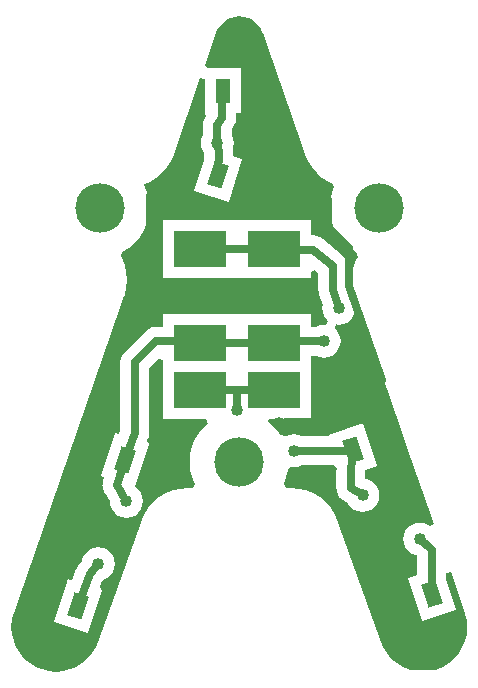
<source format=gbl>
%FSLAX25Y25*%
%MOIN*%
G70*
G01*
G75*
G04 Layer_Physical_Order=2*
G04 Layer_Color=65280*
%ADD10R,0.05000X0.08000*%
%ADD11R,0.05906X0.05906*%
%ADD12P,0.08352X4X297.0*%
%ADD13P,0.08352X4X207.0*%
%ADD14R,0.05906X0.05906*%
%ADD15P,0.08352X4X153.0*%
%ADD16C,0.02500*%
%ADD17C,0.16500*%
%ADD18C,0.04000*%
%ADD19R,0.17716X0.12205*%
G04:AMPARAMS|DCode=20|XSize=80mil|YSize=50mil|CornerRadius=0mil|HoleSize=0mil|Usage=FLASHONLY|Rotation=288.000|XOffset=0mil|YOffset=0mil|HoleType=Round|Shape=Rectangle|*
%AMROTATEDRECTD20*
4,1,4,-0.03614,0.03032,0.01142,0.04577,0.03614,-0.03032,-0.01142,-0.04577,-0.03614,0.03032,0.0*
%
%ADD20ROTATEDRECTD20*%

G04:AMPARAMS|DCode=21|XSize=80mil|YSize=50mil|CornerRadius=0mil|HoleSize=0mil|Usage=FLASHONLY|Rotation=252.000|XOffset=0mil|YOffset=0mil|HoleType=Round|Shape=Rectangle|*
%AMROTATEDRECTD21*
4,1,4,-0.01142,0.04577,0.03614,0.03032,0.01142,-0.04577,-0.03614,-0.03032,-0.01142,0.04577,0.0*
%
%ADD21ROTATEDRECTD21*%

G36*
X635500Y431299D02*
Y431000D01*
X635660Y430840D01*
X645123Y403697D01*
X643907Y402818D01*
X643274Y403304D01*
X641936Y403858D01*
X640500Y404047D01*
X639064Y403858D01*
X637726Y403304D01*
X636577Y402423D01*
X635696Y401274D01*
X635142Y399936D01*
X634952Y398500D01*
X635142Y397064D01*
X635696Y395726D01*
X636577Y394577D01*
X637726Y393696D01*
X639064Y393142D01*
X639399Y393097D01*
X639709Y392826D01*
Y386486D01*
X636607Y385478D01*
X641242Y371213D01*
X652655Y374921D01*
X649291Y385273D01*
Y387248D01*
X650770Y387498D01*
X655571Y373727D01*
X655616Y373638D01*
X656126Y371510D01*
X656309Y369188D01*
X656126Y366866D01*
X655583Y364602D01*
X654692Y362450D01*
X653475Y360464D01*
X651962Y358693D01*
X650191Y357181D01*
X648205Y355964D01*
X646054Y355072D01*
X645752Y355000D01*
X637182D01*
X636881Y355072D01*
X634729Y355964D01*
X632743Y357181D01*
X630972Y358693D01*
X629459Y360464D01*
X628243Y362450D01*
X627537Y364154D01*
X627537Y364154D01*
X627537D01*
X624824Y371652D01*
X612843Y404804D01*
X612761Y404963D01*
X612053Y406671D01*
X610717Y408851D01*
X609056Y410796D01*
X607111Y412458D01*
X604930Y413794D01*
X602567Y414773D01*
X600080Y415370D01*
X597530Y415571D01*
Y415553D01*
X595886D01*
X595053Y416800D01*
X596041Y419185D01*
X596647Y421711D01*
X597064Y422642D01*
Y422642D01*
X597064Y422642D01*
X598500Y422452D01*
X599936Y422642D01*
X601274Y423196D01*
X601291Y423209D01*
X611748D01*
X612745Y422089D01*
X612741Y422055D01*
X612745Y421776D01*
X612709Y421500D01*
Y415500D01*
X612783Y414935D01*
X612845Y414369D01*
X612865Y414316D01*
X612872Y414260D01*
X613090Y413734D01*
X613296Y413202D01*
X613329Y413157D01*
X613351Y413104D01*
X613698Y412653D01*
X614034Y412192D01*
X614078Y412157D01*
X614112Y412112D01*
X614564Y411765D01*
X615008Y411408D01*
X616536Y410478D01*
X616586Y410357D01*
X617467Y409208D01*
X618616Y408327D01*
X619954Y407773D01*
X621390Y407584D01*
X622826Y407773D01*
X624164Y408327D01*
X625313Y409208D01*
X626194Y410357D01*
X626748Y411695D01*
X626937Y413131D01*
X626748Y414567D01*
X626194Y415905D01*
X625313Y417054D01*
X624164Y417935D01*
X622826Y418490D01*
X622291Y418560D01*
Y421222D01*
X622327Y421533D01*
X626293Y422822D01*
X621658Y437087D01*
X610245Y433379D01*
Y433379D01*
X609818Y432791D01*
X601291D01*
X601274Y432804D01*
X599936Y433358D01*
X598500Y433547D01*
X597064Y433358D01*
X595726Y432804D01*
X594276Y433073D01*
X593690Y434028D01*
X592003Y436003D01*
X590028Y437690D01*
X590243Y438450D01*
X604165D01*
Y454198D01*
Y459709D01*
X605709D01*
X605726Y459696D01*
X607064Y459142D01*
X608500Y458953D01*
X609936Y459142D01*
X611274Y459696D01*
X612423Y460577D01*
X613304Y461726D01*
X613858Y463064D01*
X614047Y464500D01*
X613858Y465936D01*
X613304Y467274D01*
X612423Y468423D01*
X612092Y468677D01*
X612666Y470062D01*
X613500Y469952D01*
X614936Y470142D01*
X616274Y470696D01*
X617423Y471577D01*
X618304Y472726D01*
X618858Y474064D01*
X618910Y474454D01*
X620402Y474608D01*
X635500Y431299D01*
D02*
G37*
G36*
X581939Y572629D02*
X583489Y572159D01*
X584917Y571396D01*
X586169Y570369D01*
X587197Y569117D01*
X587960Y567688D01*
X588097Y567236D01*
X588097D01*
X588109Y567240D01*
X588109D01*
X602223Y526754D01*
X602257Y526685D01*
X603074Y524714D01*
X604410Y522533D01*
X606072Y520588D01*
X608017Y518927D01*
X610197Y517590D01*
X611217Y517168D01*
X611791Y515782D01*
X611059Y514014D01*
X610453Y511489D01*
X610249Y508900D01*
X610453Y506311D01*
X611059Y503786D01*
X612053Y501386D01*
X613410Y499172D01*
X615097Y497197D01*
X617072Y495510D01*
X619286Y494153D01*
X619322Y494138D01*
X619785Y492712D01*
X619533Y492301D01*
X618555Y489938D01*
X617957Y487451D01*
X617790Y485320D01*
X616291Y485379D01*
Y489500D01*
X616265Y489698D01*
X616274Y489898D01*
X616184Y490316D01*
X616128Y490740D01*
X616051Y490925D01*
X616009Y491120D01*
X615813Y491500D01*
X615649Y491895D01*
X615527Y492054D01*
X615436Y492232D01*
X615148Y492548D01*
X614888Y492888D01*
X614729Y493009D01*
X614595Y493157D01*
X608095Y498657D01*
X607735Y498889D01*
X607396Y499149D01*
X607211Y499226D01*
X607043Y499334D01*
X606635Y499464D01*
X606240Y499628D01*
X606042Y499654D01*
X605851Y499715D01*
X605424Y499735D01*
X605000Y499791D01*
X604165D01*
Y504898D01*
X554842D01*
Y485694D01*
X604165D01*
Y487648D01*
X605525Y488279D01*
X606709Y487278D01*
Y481500D01*
X606728Y481357D01*
X606718Y481213D01*
X606809Y480739D01*
X606872Y480260D01*
X606927Y480127D01*
X606955Y479985D01*
X608093Y476570D01*
X607952Y475500D01*
X608142Y474064D01*
X608696Y472726D01*
X609577Y471577D01*
X609908Y471323D01*
X609334Y469938D01*
X608500Y470048D01*
X607064Y469858D01*
X605726Y469304D01*
X605709Y469291D01*
X604165D01*
Y473402D01*
X554842D01*
Y469291D01*
X552500D01*
X551260Y469128D01*
X550105Y468649D01*
X549112Y467888D01*
X542112Y460888D01*
X541351Y459896D01*
X541211Y459557D01*
X540872Y458740D01*
X540709Y457500D01*
Y434842D01*
X540199Y433436D01*
X538811Y433887D01*
X534176Y419621D01*
X535348Y419240D01*
X534939Y417966D01*
X534911Y417811D01*
X534853Y417665D01*
X534799Y417198D01*
X534715Y416736D01*
X534728Y416579D01*
X534710Y416422D01*
X534778Y415958D01*
X534817Y415489D01*
X534870Y415341D01*
X534893Y415185D01*
X535080Y414754D01*
X535238Y414311D01*
X535328Y414182D01*
X535390Y414038D01*
X537147Y411106D01*
X537325Y409751D01*
X537879Y408413D01*
X538761Y407264D01*
X539910Y406382D01*
X541248Y405828D01*
X542684Y405639D01*
X544119Y405828D01*
X545457Y406382D01*
X546606Y407264D01*
X547488Y408413D01*
X548042Y409751D01*
X548231Y411187D01*
X548042Y412622D01*
X547488Y413960D01*
X546606Y415109D01*
X545580Y415897D01*
X545589Y415913D01*
X545589D01*
X545589Y415913D01*
X550224Y430179D01*
X550224Y430179D01*
X549642Y431369D01*
X550004Y432367D01*
X550048Y432569D01*
X550128Y432760D01*
X550183Y433177D01*
X550273Y433588D01*
X550264Y433795D01*
X550291Y434000D01*
Y455515D01*
X553456Y458680D01*
X554842Y458106D01*
Y454198D01*
Y438450D01*
X569294D01*
X569813Y437042D01*
X568597Y436003D01*
X566910Y434028D01*
X565553Y431814D01*
X564559Y429415D01*
X563953Y426889D01*
X563749Y424300D01*
X563953Y421711D01*
X564559Y419185D01*
X565547Y416800D01*
X564714Y415553D01*
X563125D01*
Y415571D01*
X560575Y415370D01*
X558088Y414773D01*
X555725Y413794D01*
X553544Y412458D01*
X551599Y410796D01*
X549938Y408851D01*
X548602Y406671D01*
X548553Y406553D01*
X548346Y406346D01*
Y406053D01*
X547895Y404963D01*
X547812Y404804D01*
X535831Y371652D01*
X533118Y364154D01*
X533118D01*
X533118Y364154D01*
X532413Y362450D01*
X531196Y360464D01*
X529683Y358693D01*
X527912Y357181D01*
X525926Y355964D01*
X523775Y355072D01*
X521510Y354529D01*
X519188Y354346D01*
X516866Y354529D01*
X514602Y355072D01*
X512450Y355964D01*
X510464Y357181D01*
X508693Y358693D01*
X507181Y360464D01*
X505964Y362450D01*
X505072Y364602D01*
X504529Y366866D01*
X504346Y369188D01*
X504529Y371510D01*
X505040Y373638D01*
X505084Y373727D01*
X541973Y479541D01*
X541979Y479570D01*
X542101Y479864D01*
X542698Y482351D01*
X542898Y484901D01*
X542698Y487451D01*
X542101Y489938D01*
X541122Y492301D01*
X540810Y492810D01*
X541273Y494236D01*
X541314Y494253D01*
X543528Y495610D01*
X545503Y497297D01*
X547190Y499272D01*
X548547Y501486D01*
X549541Y503886D01*
X550147Y506411D01*
X550351Y509000D01*
X550147Y511589D01*
X549541Y514115D01*
X548547Y516514D01*
X548654Y516843D01*
X550458Y517590D01*
X552639Y518927D01*
X554584Y520588D01*
X556245Y522533D01*
X557581Y524714D01*
X558398Y526685D01*
X558432Y526754D01*
X567321Y552250D01*
X568800Y552000D01*
Y540400D01*
X568800Y540400D01*
X569240Y539545D01*
X568892Y538965D01*
X568876Y538928D01*
X568851Y538896D01*
X568627Y538354D01*
X568394Y537818D01*
X568388Y537778D01*
X568372Y537740D01*
X568296Y537160D01*
X568210Y536581D01*
X568214Y536540D01*
X568209Y536500D01*
Y533291D01*
X568196Y533274D01*
X567642Y531936D01*
X567452Y530500D01*
X567642Y529064D01*
X568196Y527726D01*
X568689Y527083D01*
X568642Y524785D01*
X565307Y514522D01*
X576720Y510813D01*
X581355Y525079D01*
X578253Y526087D01*
X578290Y527901D01*
X578233Y528419D01*
X578213Y528713D01*
X578358Y529064D01*
X578547Y530500D01*
X578358Y531936D01*
X577804Y533274D01*
X577791Y533291D01*
Y535173D01*
X578608Y536535D01*
X578624Y536572D01*
X578649Y536604D01*
X578873Y537146D01*
X579106Y537682D01*
X579112Y537722D01*
X579128Y537760D01*
X579204Y538340D01*
X579290Y538919D01*
X579286Y538960D01*
X579291Y539000D01*
Y540400D01*
X580800D01*
Y555400D01*
X569714D01*
X568845Y556623D01*
X572547Y567240D01*
X572547D01*
D01*
X572558Y567236D01*
X572558D01*
X572695Y567688D01*
X573459Y569117D01*
X574486Y570369D01*
X575738Y571396D01*
X577166Y572159D01*
X578716Y572629D01*
X580328Y572788D01*
X581939Y572629D01*
D02*
G37*
%LPC*%
G36*
X533319Y395862D02*
X531883Y395673D01*
X530545Y395119D01*
X529396Y394237D01*
X528515Y393088D01*
X527960Y391750D01*
X527907Y391347D01*
X526850Y390104D01*
X526728Y389915D01*
X526576Y389749D01*
X526390Y389392D01*
X526171Y389054D01*
X526102Y388839D01*
X525998Y388639D01*
X524539Y384633D01*
X524151Y384760D01*
X524151D01*
X523142Y385087D01*
X522814Y384079D01*
X522814Y384079D01*
X518507Y370822D01*
X528911Y367441D01*
X528911D01*
X529919Y367113D01*
X530247Y368122D01*
X530247Y368122D01*
X534555Y381379D01*
X534555Y381379D01*
X533981Y382557D01*
X534707Y384552D01*
X535212Y385146D01*
X536093Y385510D01*
X537242Y386392D01*
X538123Y387541D01*
X538677Y388879D01*
X538866Y390314D01*
X538677Y391750D01*
X538123Y393088D01*
X537242Y394237D01*
X536093Y395119D01*
X534755Y395673D01*
X533319Y395862D01*
D02*
G37*
%LPD*%
D10*
X585800Y547900D02*
D03*
X574800D02*
D03*
D16*
X567200Y495296D02*
X591806D01*
X567200Y479548D02*
X591806D01*
X567200Y463800D02*
X591806D01*
X529500Y433500D02*
X531738Y428299D01*
X529500Y433500D02*
X531500Y440000D01*
X532000Y443000D01*
X539500Y416500D02*
X542200Y424900D01*
X539500Y416500D02*
X542684Y411187D01*
X526531Y376100D02*
X530500Y387000D01*
X533319Y390314D01*
X512000Y367000D02*
X514000Y362000D01*
X512000Y367000D02*
X516069Y379500D01*
X530500Y421500D01*
Y425000D01*
X531738Y428299D01*
X556000Y518500D02*
X560000Y520500D01*
X562869Y523200D01*
X573331Y519800D02*
X573500Y528000D01*
X573000Y530500D02*
X573500Y528000D01*
X583000Y558000D02*
Y569000D01*
Y558000D02*
X586000Y555000D01*
Y551500D02*
Y555000D01*
X585800Y547900D02*
X586000Y551500D01*
X585500Y543500D02*
X585800Y547900D01*
X585500Y536000D02*
Y543500D01*
Y536000D02*
X596500Y529500D01*
X598531Y522700D01*
X625000Y446000D02*
X628000Y437500D01*
X628731Y431500D01*
X617500Y415500D02*
X621390Y413131D01*
X617500Y415500D02*
Y421500D01*
X618269Y428100D01*
X644500Y384000D02*
X644631Y380200D01*
X644500Y384000D02*
Y395000D01*
X640500Y398500D02*
X644500Y395000D01*
X630500Y370500D02*
X634169Y376800D01*
X628731Y431500D02*
X636000Y412000D01*
X628500Y397500D02*
X636000Y412000D01*
X628500Y397500D02*
X633500Y382500D01*
X634169Y376800D01*
X597000Y437500D02*
X608500D01*
X617500Y446500D01*
X598531Y522700D02*
X600500Y516500D01*
X610000Y511500D01*
X550500Y513000D02*
X556000Y518500D01*
X550500Y481500D02*
X553500Y478500D01*
X557500D01*
X567200Y479548D01*
X550500Y481500D02*
Y513000D01*
X532000Y443000D02*
X544500Y479500D01*
X550500Y481500D01*
X542200Y424900D02*
X545500Y434000D01*
Y457500D01*
X552500Y464500D01*
X557500D01*
X567200Y463800D01*
X574500Y543000D02*
X574800Y547900D01*
X574500Y539000D02*
Y543000D01*
X573000Y536500D02*
X574500Y539000D01*
X573000Y530500D02*
Y536500D01*
X610000Y502500D02*
Y511500D01*
Y502500D02*
X617000Y495500D01*
X591806Y495296D02*
X601000Y495000D01*
X605000D01*
X617000Y483000D02*
X628000Y451500D01*
X625000Y446000D02*
Y446500D01*
X617500D02*
X625000D01*
X628000Y451500D01*
X617000Y483000D02*
Y495500D01*
X611500Y481500D02*
X613500Y475500D01*
X611500Y481500D02*
Y489500D01*
X605000Y495000D02*
X611500Y489500D01*
X593395Y437106D02*
X597000Y437500D01*
X579500Y441500D02*
Y448052D01*
X567200D02*
X591806D01*
X614500Y428000D02*
X618269Y428100D01*
X598500Y428000D02*
X614500D01*
X601000Y464500D02*
X608500D01*
X591806Y463800D02*
X601000Y464500D01*
D17*
X533800Y509000D02*
D03*
X626800Y508900D02*
D03*
X580300Y424300D02*
D03*
D18*
X630500Y370500D02*
D03*
X640500Y398500D02*
D03*
X621390Y413131D02*
D03*
X625000Y446000D02*
D03*
X532000Y443000D02*
D03*
X542684Y411187D02*
D03*
X533319Y390314D02*
D03*
X514000Y362000D02*
D03*
X573000Y530500D02*
D03*
X583000Y569000D02*
D03*
X593395Y437106D02*
D03*
X587500Y476000D02*
D03*
X613500Y475500D02*
D03*
X579500Y441500D02*
D03*
X563000Y463500D02*
D03*
X598500Y428000D02*
D03*
X608500Y464500D02*
D03*
X556000Y518000D02*
D03*
D19*
X567200Y448052D02*
D03*
X591806D02*
D03*
X567200Y463800D02*
D03*
Y479548D02*
D03*
Y495296D02*
D03*
X591806Y463800D02*
D03*
Y479548D02*
D03*
Y495296D02*
D03*
D20*
X634169Y376800D02*
D03*
X644631Y380200D02*
D03*
X618269Y428100D02*
D03*
X628731Y431500D02*
D03*
D21*
X562869Y523200D02*
D03*
X531738Y428299D02*
D03*
X516069Y379500D02*
D03*
X526531Y376100D02*
D03*
X542200Y424900D02*
D03*
X573331Y519800D02*
D03*
M02*

</source>
